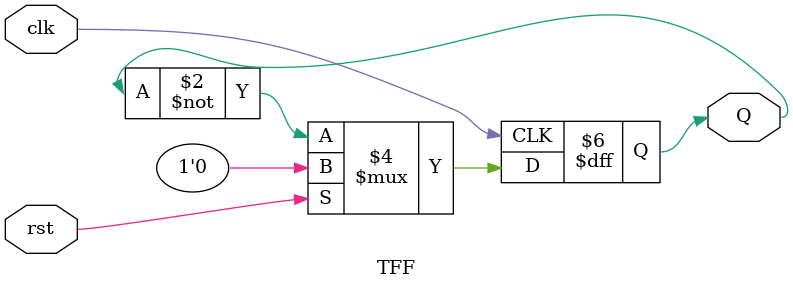
<source format=v>
module TFF(Q, clk, rst);
	input clk, rst;
	output Q;
	reg Q;
	always @(posedge clk)
		if(rst)
			Q <= 0;
		else
			Q <= ~Q;
endmodule
</source>
